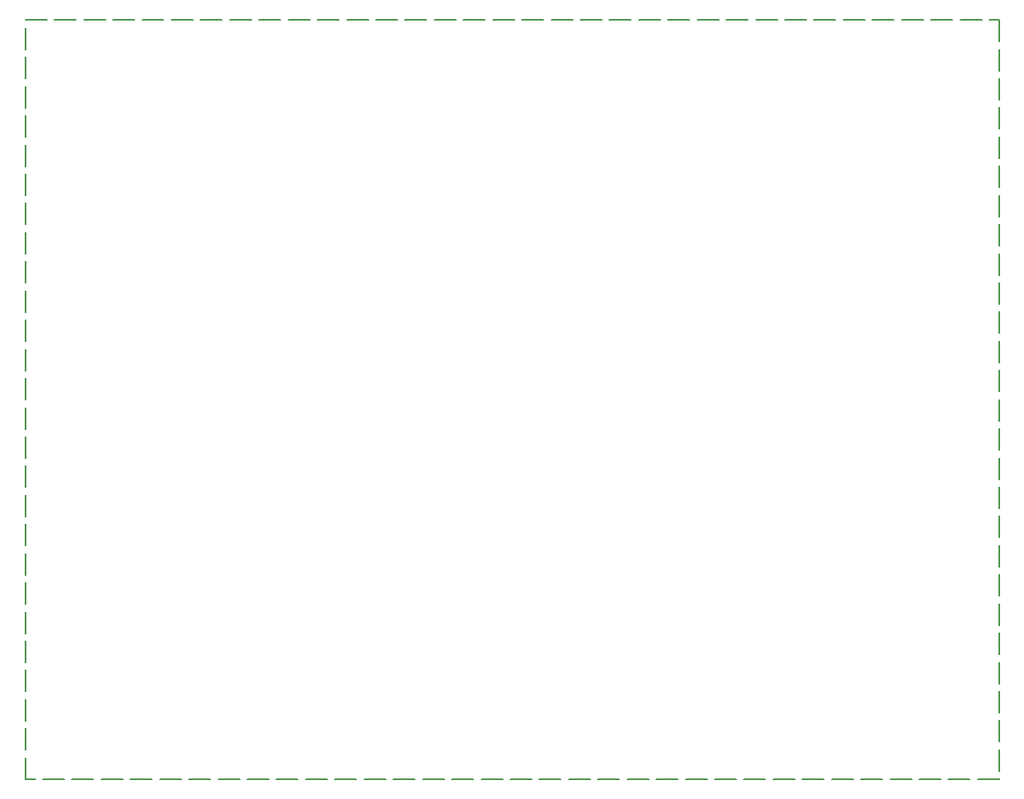
<source format=gbr>
%TF.GenerationSoftware,KiCad,Pcbnew,8.0.6*%
%TF.CreationDate,2024-11-06T08:04:58-03:00*%
%TF.ProjectId,EME,454d452e-6b69-4636-9164-5f7063625858,1.0*%
%TF.SameCoordinates,Original*%
%TF.FileFunction,Profile,NP*%
%FSLAX46Y46*%
G04 Gerber Fmt 4.6, Leading zero omitted, Abs format (unit mm)*
G04 Created by KiCad (PCBNEW 8.0.6) date 2024-11-06 08:04:58*
%MOMM*%
%LPD*%
G01*
G04 APERTURE LIST*
%TA.AperFunction,Profile*%
%ADD10C,0.200000*%
%TD*%
G04 APERTURE END LIST*
D10*
X32645538Y-20472786D02*
X34845538Y-20472786D01*
X35645538Y-20472786D02*
X37845538Y-20472786D01*
X38645538Y-20472786D02*
X40845538Y-20472786D01*
X41645538Y-20472786D02*
X43845538Y-20472786D01*
X44645538Y-20472786D02*
X46845538Y-20472786D01*
X47645538Y-20472786D02*
X49845538Y-20472786D01*
X50645538Y-20472786D02*
X52845538Y-20472786D01*
X53645538Y-20472786D02*
X55845538Y-20472786D01*
X56645538Y-20472786D02*
X58845538Y-20472786D01*
X59645538Y-20472786D02*
X61845538Y-20472786D01*
X62645538Y-20472786D02*
X64845538Y-20472786D01*
X65645538Y-20472786D02*
X67845538Y-20472786D01*
X68645538Y-20472786D02*
X70845538Y-20472786D01*
X71645538Y-20472786D02*
X73845538Y-20472786D01*
X74645538Y-20472786D02*
X76845538Y-20472786D01*
X77645538Y-20472786D02*
X79845538Y-20472786D01*
X80645538Y-20472786D02*
X82845538Y-20472786D01*
X83645538Y-20472786D02*
X85845538Y-20472786D01*
X86645538Y-20472786D02*
X88845538Y-20472786D01*
X89645538Y-20472786D02*
X91845538Y-20472786D01*
X92645538Y-20472786D02*
X94845538Y-20472786D01*
X95645538Y-20472786D02*
X97845538Y-20472786D01*
X98645538Y-20472786D02*
X100845538Y-20472786D01*
X101645538Y-20472786D02*
X103845538Y-20472786D01*
X104645538Y-20472786D02*
X106845538Y-20472786D01*
X107645538Y-20472786D02*
X109845538Y-20472786D01*
X110645538Y-20472786D02*
X112845538Y-20472786D01*
X113645538Y-20472786D02*
X115845538Y-20472786D01*
X116645538Y-20472786D02*
X118845538Y-20472786D01*
X119645538Y-20472786D02*
X121845538Y-20472786D01*
X122645538Y-20472786D02*
X124845538Y-20472786D01*
X125645538Y-20472786D02*
X127845538Y-20472786D01*
X128645538Y-20472786D02*
X130845538Y-20472786D01*
X131645538Y-20472786D02*
X132645538Y-20472786D01*
X132645538Y-20472786D02*
X132645538Y-22672786D01*
X132645538Y-23472786D02*
X132645538Y-25672786D01*
X132645538Y-26472786D02*
X132645538Y-28672786D01*
X132645538Y-29472786D02*
X132645538Y-31672786D01*
X132645538Y-32472786D02*
X132645538Y-34672786D01*
X132645538Y-35472786D02*
X132645538Y-37672786D01*
X132645538Y-38472786D02*
X132645538Y-40672786D01*
X132645538Y-41472786D02*
X132645538Y-43672786D01*
X132645538Y-44472786D02*
X132645538Y-46672786D01*
X132645538Y-47472786D02*
X132645538Y-49672786D01*
X132645538Y-50472786D02*
X132645538Y-52672786D01*
X132645538Y-53472786D02*
X132645538Y-55672786D01*
X132645538Y-56472786D02*
X132645538Y-58672786D01*
X132645538Y-59472786D02*
X132645538Y-61672786D01*
X132645538Y-62472786D02*
X132645538Y-64672786D01*
X132645538Y-65472786D02*
X132645538Y-67672786D01*
X132645538Y-68472786D02*
X132645538Y-70672786D01*
X132645538Y-71472786D02*
X132645538Y-73672786D01*
X132645538Y-74472786D02*
X132645538Y-76672786D01*
X132645538Y-77472786D02*
X132645538Y-79672786D01*
X132645538Y-80472786D02*
X132645538Y-82672786D01*
X132645538Y-83472786D02*
X132645538Y-85672786D01*
X132645538Y-86472786D02*
X132645538Y-88672786D01*
X132645538Y-89472786D02*
X132645538Y-91672786D01*
X132645538Y-92472786D02*
X132645538Y-94672786D01*
X132645538Y-95472786D02*
X132645538Y-97672786D01*
X132645538Y-98472786D02*
X132645538Y-98502786D01*
X132645538Y-98502786D02*
X130445538Y-98502786D01*
X129645538Y-98502786D02*
X127445538Y-98502786D01*
X126645538Y-98502786D02*
X124445538Y-98502786D01*
X123645538Y-98502786D02*
X121445538Y-98502786D01*
X120645538Y-98502786D02*
X118445538Y-98502786D01*
X117645538Y-98502786D02*
X115445538Y-98502786D01*
X114645538Y-98502786D02*
X112445538Y-98502786D01*
X111645538Y-98502786D02*
X109445538Y-98502786D01*
X108645538Y-98502786D02*
X106445538Y-98502786D01*
X105645538Y-98502786D02*
X103445538Y-98502786D01*
X102645538Y-98502786D02*
X100445538Y-98502786D01*
X99645538Y-98502786D02*
X97445538Y-98502786D01*
X96645538Y-98502786D02*
X94445538Y-98502786D01*
X93645538Y-98502786D02*
X91445538Y-98502786D01*
X90645538Y-98502786D02*
X88445538Y-98502786D01*
X87645538Y-98502786D02*
X85445538Y-98502786D01*
X84645538Y-98502786D02*
X82445538Y-98502786D01*
X81645538Y-98502786D02*
X79445538Y-98502786D01*
X78645538Y-98502786D02*
X76445538Y-98502786D01*
X75645538Y-98502786D02*
X73445538Y-98502786D01*
X72645538Y-98502786D02*
X70445538Y-98502786D01*
X69645538Y-98502786D02*
X67445538Y-98502786D01*
X66645538Y-98502786D02*
X64445538Y-98502786D01*
X63645538Y-98502786D02*
X61445538Y-98502786D01*
X60645538Y-98502786D02*
X58445538Y-98502786D01*
X57645538Y-98502786D02*
X55445538Y-98502786D01*
X54645538Y-98502786D02*
X52445538Y-98502786D01*
X51645538Y-98502786D02*
X49445538Y-98502786D01*
X48645538Y-98502786D02*
X46445538Y-98502786D01*
X45645538Y-98502786D02*
X43445538Y-98502786D01*
X42645538Y-98502786D02*
X40445538Y-98502786D01*
X39645538Y-98502786D02*
X37445538Y-98502786D01*
X36645538Y-98502786D02*
X34445538Y-98502786D01*
X33645538Y-98502786D02*
X32645538Y-98502786D01*
X32645538Y-98502786D02*
X32645538Y-96302786D01*
X32645538Y-95502786D02*
X32645538Y-93302786D01*
X32645538Y-92502786D02*
X32645538Y-90302786D01*
X32645538Y-89502786D02*
X32645538Y-87302786D01*
X32645538Y-86502786D02*
X32645538Y-84302786D01*
X32645538Y-83502786D02*
X32645538Y-81302786D01*
X32645538Y-80502786D02*
X32645538Y-78302786D01*
X32645538Y-77502786D02*
X32645538Y-75302786D01*
X32645538Y-74502786D02*
X32645538Y-72302786D01*
X32645538Y-71502786D02*
X32645538Y-69302786D01*
X32645538Y-68502786D02*
X32645538Y-66302786D01*
X32645538Y-65502786D02*
X32645538Y-63302786D01*
X32645538Y-62502786D02*
X32645538Y-60302786D01*
X32645538Y-59502786D02*
X32645538Y-57302786D01*
X32645538Y-56502786D02*
X32645538Y-54302786D01*
X32645538Y-53502786D02*
X32645538Y-51302786D01*
X32645538Y-50502786D02*
X32645538Y-48302786D01*
X32645538Y-47502786D02*
X32645538Y-45302786D01*
X32645538Y-44502786D02*
X32645538Y-42302786D01*
X32645538Y-41502786D02*
X32645538Y-39302786D01*
X32645538Y-38502786D02*
X32645538Y-36302786D01*
X32645538Y-35502786D02*
X32645538Y-33302786D01*
X32645538Y-32502786D02*
X32645538Y-30302786D01*
X32645538Y-29502786D02*
X32645538Y-27302786D01*
X32645538Y-26502786D02*
X32645538Y-24302786D01*
X32645538Y-23502786D02*
X32645538Y-21302786D01*
X32645538Y-20502786D02*
X32645538Y-20472786D01*
M02*

</source>
